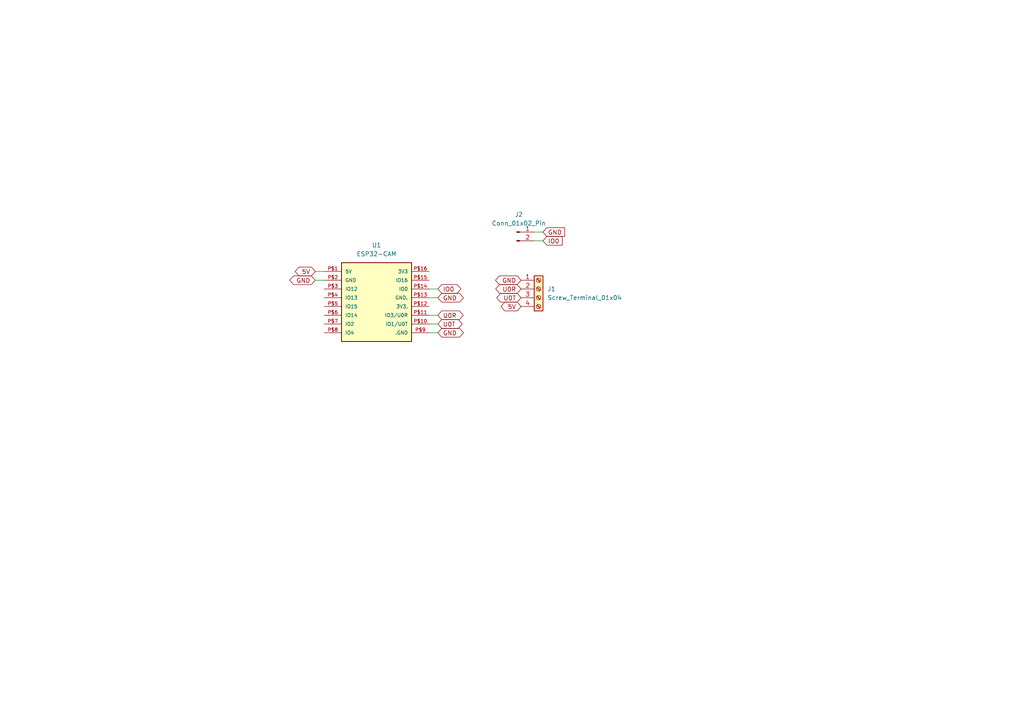
<source format=kicad_sch>
(kicad_sch (version 20231120) (generator "eeschema") (generator_version "8.0")
  (paper "A4")
  (lib_symbols
    (symbol "Connector:Conn_01x02_Pin" (pin_names (offset 1.016) hide)
      (property "Reference" "J" (at 0 2.54 0))
      (property "Value" "Conn_01x02_Pin" (at 0 -5.08 0))
      (symbol "Conn_01x02_Pin_1_1"
        (polyline (pts (xy 1.27 -2.54) (xy 0.8636 -2.54)) (stroke (width 0.1524)))
        (polyline (pts (xy 1.27 0) (xy 0.8636 0)) (stroke (width 0.1524)))
        (rectangle (start 0.8636 -2.413) (end 0 -2.667) (stroke (width 0.1524)) (fill (type outline)))
        (rectangle (start 0.8636 0.127) (end 0 -0.127) (stroke (width 0.1524)) (fill (type outline)))
        (pin passive line (at 5.08 0 180) (length 3.81) (name "Pin_1") (number "1"))
        (pin passive line (at 5.08 -2.54 180) (length 3.81) (name "Pin_2") (number "2"))
      )
    )
    (symbol "Connector:Screw_Terminal_01x04" (pin_names (offset 1.016) hide)
      (property "Reference" "J" (at 0 5.08 0))
      (property "Value" "Screw_Terminal_01x04" (at 0 -7.62 0))
      (symbol "Screw_Terminal_01x04_1_1"
        (rectangle (start -1.27 3.81) (end 1.27 -6.35) (stroke (width 0.254)) (fill (type background)))
        (circle (center 0 -5.08) (radius 0.635) (stroke (width 0.1524)))
        (circle (center 0 -2.54) (radius 0.635) (stroke (width 0.1524)))
        (polyline (pts (xy -0.5334 -4.7498) (xy 0.3302 -5.588)) (stroke (width 0.1524)))
        (polyline (pts (xy -0.5334 -2.2098) (xy 0.3302 -3.048)) (stroke (width 0.1524)))
        (polyline (pts (xy -0.5334 0.3302) (xy 0.3302 -0.508)) (stroke (width 0.1524)))
        (polyline (pts (xy -0.5334 2.8702) (xy 0.3302 2.032)) (stroke (width 0.1524)))
        (polyline (pts (xy -0.3556 -4.572) (xy 0.508 -5.4102)) (stroke (width 0.1524)))
        (polyline (pts (xy -0.3556 -2.032) (xy 0.508 -2.8702)) (stroke (width 0.1524)))
        (polyline (pts (xy -0.3556 0.508) (xy 0.508 -0.3302)) (stroke (width 0.1524)))
        (polyline (pts (xy -0.3556 3.048) (xy 0.508 2.2098)) (stroke (width 0.1524)))
        (circle (center 0 0) (radius 0.635) (stroke (width 0.1524)))
        (circle (center 0 2.54) (radius 0.635) (stroke (width 0.1524)))
        (pin passive line (at -5.08 2.54 0) (length 3.81) (name "Pin_1") (number "1"))
        (pin passive line (at -5.08 0 0) (length 3.81) (name "Pin_2") (number "2"))
        (pin passive line (at -5.08 -2.54 0) (length 3.81) (name "Pin_3") (number "3"))
        (pin passive line (at -5.08 -5.08 0) (length 3.81) (name "Pin_4") (number "4"))
      )
    )
    (symbol "ESP32-CAM:ESP32-CAM" (pin_names (offset 1.016))
      (property "Reference" "U" (at -10.16 20.32 0))
      (property "Value" "ESP32-CAM" (at 0 0 0))
      (symbol "ESP32-CAM_0_0"
        (rectangle (start -10.16 -5.08) (end 10.16 17.78) (stroke (width 0.254)) (fill (type background)))
        (pin bidirectional line (at -15.24 15.24 0) (length 5.08) (name "5V") (number "P$1"))
        (pin bidirectional line (at 15.24 0 180) (length 5.08) (name "IO1/U0T") (number "P$10"))
        (pin bidirectional line (at 15.24 2.54 180) (length 5.08) (name "IO3/U0R") (number "P$11"))
        (pin bidirectional line (at 15.24 5.08 180) (length 5.08) (name "3V3.") (number "P$12"))
        (pin bidirectional line (at 15.24 7.62 180) (length 5.08) (name "GND.") (number "P$13"))
        (pin bidirectional line (at 15.24 10.16 180) (length 5.08) (name "IO0") (number "P$14"))
        (pin bidirectional line (at 15.24 12.7 180) (length 5.08) (name "IO16") (number "P$15"))
        (pin bidirectional line (at 15.24 15.24 180) (length 5.08) (name "3V3") (number "P$16"))
        (pin bidirectional line (at -15.24 12.7 0) (length 5.08) (name "GND") (number "P$2"))
        (pin bidirectional line (at -15.24 10.16 0) (length 5.08) (name "IO12") (number "P$3"))
        (pin bidirectional line (at -15.24 7.62 0) (length 5.08) (name "IO13") (number "P$4"))
        (pin bidirectional line (at -15.24 5.08 0) (length 5.08) (name "IO15") (number "P$5"))
        (pin bidirectional line (at -15.24 2.54 0) (length 5.08) (name "IO14") (number "P$6"))
        (pin bidirectional line (at -15.24 0 0) (length 5.08) (name "IO2") (number "P$7"))
        (pin bidirectional line (at -15.24 -2.54 0) (length 5.08) (name "IO4") (number "P$8"))
        (pin bidirectional line (at 15.24 -2.54 180) (length 5.08) (name ".GND") (number "P$9"))
      )
    )
  )
  (wire (pts (xy 127 93.98) (xy 124.46 93.98)))
  (wire (pts (xy 127 83.82) (xy 124.46 83.82)))
  (wire (pts (xy 157.48 69.85) (xy 154.94 69.85)))
  (wire (pts (xy 91.44 81.28) (xy 93.98 81.28)))
  (wire (pts (xy 127 91.44) (xy 124.46 91.44)))
  (wire (pts (xy 91.44 78.74) (xy 93.98 78.74)))
  (wire (pts (xy 127 86.36) (xy 124.46 86.36)))
  (wire (pts (xy 127 96.52) (xy 124.46 96.52)))
  (wire (pts (xy 157.48 67.31) (xy 154.94 67.31)))
  (global_label "GND" (shape input) (at 157.48 67.31 0) (property "Intersheetrefs" "${INTERSHEET_REFS}" (effects (hide yes))))
  (global_label "5V" (shape bidirectional) (at 91.44 78.74 180) (property "Intersheetrefs" "${INTERSHEET_REFS}" (effects (hide yes))))
  (global_label "GND" (shape bidirectional) (at 91.44 81.28 180) (property "Intersheetrefs" "${INTERSHEET_REFS}" (effects (hide yes))))
  (global_label "U0R" (shape bidirectional) (at 151.13 83.82 180) (property "Intersheetrefs" "${INTERSHEET_REFS}" (effects (hide yes))))
  (global_label "U0T" (shape bidirectional) (at 151.13 86.36 180) (property "Intersheetrefs" "${INTERSHEET_REFS}" (effects (hide yes))))
  (global_label "U0R" (shape bidirectional) (at 127 91.44 0) (property "Intersheetrefs" "${INTERSHEET_REFS}" (effects (hide yes))))
  (global_label "GND" (shape bidirectional) (at 127 86.36 0) (property "Intersheetrefs" "${INTERSHEET_REFS}" (effects (hide yes))))
  (global_label "GND" (shape bidirectional) (at 127 96.52 0) (property "Intersheetrefs" "${INTERSHEET_REFS}" (effects (hide yes))))
  (global_label "IO0" (shape bidirectional) (at 127 83.82 0) (property "Intersheetrefs" "${INTERSHEET_REFS}" (effects (hide yes))))
  (global_label "U0T" (shape bidirectional) (at 127 93.98 0) (property "Intersheetrefs" "${INTERSHEET_REFS}" (effects (hide yes))))
  (global_label "IO0" (shape input) (at 157.48 69.85 0) (property "Intersheetrefs" "${INTERSHEET_REFS}" (effects (hide yes))))
  (global_label "GND" (shape bidirectional) (at 151.13 81.28 180) (property "Intersheetrefs" "${INTERSHEET_REFS}" (effects (hide yes))))
  (global_label "5V" (shape bidirectional) (at 151.13 88.9 180) (property "Intersheetrefs" "${INTERSHEET_REFS}" (effects (hide yes))))
  (symbol (lib_id "ESP32-CAM:ESP32-CAM") (at 109.22 93.98 0) (unit 1)
    (property "Reference" "U1" (at 109.22 71.12 0))
    (property "Value" "ESP32-CAM" (at 109.22 73.66 0))
    (property "Footprint" "ESP32-CAM:ESP32-CAM" (effects (hide yes)))
    (property "MF" "AI-Thinker" (effects (hide yes)))
    (property "DESCRIPTION" "ESP32 ESP32 Transceiver; 802.11 a/b/g/n (Wi-Fi, WiFi, WLAN), Bluetooth® Smart 4.x Low Energy (BLE) Evaluation Board" (effects (hide yes)))
    (property "PACKAGE" "None" (effects (hide yes)))
    (property "PRICE" "None" (effects (hide yes)))
    (property "Package" "None" (effects (hide yes)))
    (property "Check_prices" "https://www.snapeda.com/parts/ESP32-CAM/AI-Thinker/view-part/?ref=eda" (effects (hide yes)))
    (property "Price" "None" (effects (hide yes)))
    (property "SnapEDA_Link" "https://www.snapeda.com/parts/ESP32-CAM/AI-Thinker/view-part/?ref=snap" (effects (hide yes)))
    (property "MP" "ESP32-CAM" (effects (hide yes)))
    (property "Availability" "Not in stock" (effects (hide yes)))
    (property "AVAILABILITY" "Not in stock" (effects (hide yes)))
    (property "Description_1" "\n                        \n                            ESP32 ESP32 Transceiver; 802.11 a/b/g/n (Wi-Fi, WiFi, WLAN), Bluetooth® Smart 4.x Low Energy (BLE) Evaluation Board\n                        \n" (effects (hide yes)))
  )
  (symbol (lib_id "Connector:Conn_01x02_Pin") (at 149.86 67.31 0) (unit 1)
    (property "Reference" "J2" (at 150.495 62.23 0))
    (property "Value" "Conn_01x02_Pin" (at 150.495 64.77 0))
    (property "Footprint" "Connector_PinHeader_2.54mm:PinHeader_1x02_P2.54mm_Vertical" (effects (hide yes)))
    (property "Description" "Generic connector, single row, 01x02, script generated" (effects (hide yes)))
  )
  (symbol (lib_id "Connector:Screw_Terminal_01x04") (at 156.21 83.82 0) (unit 1)
    (property "Reference" "J1" (at 158.75 83.8199 0) (effects (justify left)))
    (property "Value" "Screw_Terminal_01x04" (at 158.75 86.3599 0) (effects (justify left)))
    (property "Footprint" "ProyectoTdL:TerminalBlock_bornier-4_P5.08mm" (effects (hide yes)))
    (property "Description" "Generic screw terminal, single row, 01x04, script generated (kicad-library-utils/schlib/autogen/connector/)" (effects (hide yes)))
  )
)
</source>
